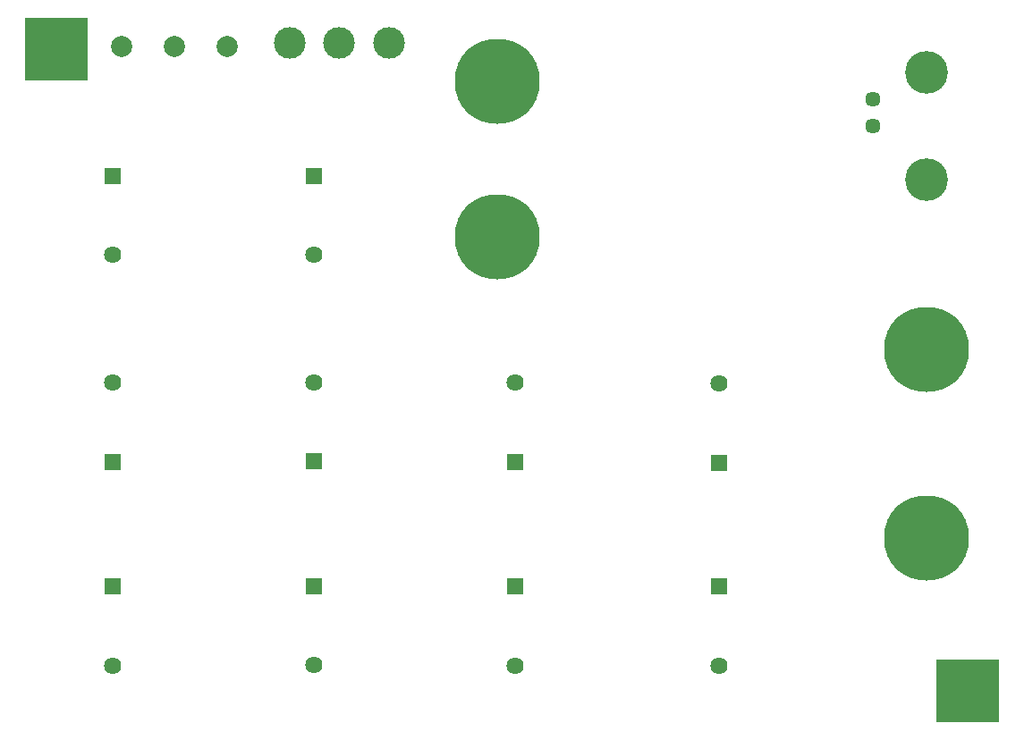
<source format=gbs>
G04*
G04 #@! TF.GenerationSoftware,Altium Limited,Altium Designer,19.0.6 (157)*
G04*
G04 Layer_Color=5220458*
%FSLAX25Y25*%
%MOIN*%
G70*
G01*
G75*
%ADD39C,0.07882*%
%ADD40R,0.06400X0.06400*%
%ADD41C,0.06400*%
%ADD42C,0.11819*%
%ADD43C,0.31696*%
%ADD44R,0.23630X0.23630*%
%ADD45C,0.05700*%
%ADD46C,0.15948*%
D39*
X83465Y256693D02*
D03*
X63779D02*
D03*
X44094D02*
D03*
D40*
X115878Y208520D02*
D03*
X266878Y101492D02*
D03*
X190878Y101965D02*
D03*
X115878Y101992D02*
D03*
X40878Y101965D02*
D03*
Y208520D02*
D03*
Y55492D02*
D03*
X115878Y55520D02*
D03*
X190878Y55492D02*
D03*
X266878D02*
D03*
D41*
X115878Y178992D02*
D03*
X266878Y131020D02*
D03*
X190878Y131492D02*
D03*
X115878Y131520D02*
D03*
X40878Y131492D02*
D03*
Y178992D02*
D03*
Y25965D02*
D03*
X115878Y25992D02*
D03*
X190878Y25965D02*
D03*
X266878D02*
D03*
D42*
X106693Y258268D02*
D03*
X125197D02*
D03*
X143701D02*
D03*
D43*
X184252Y243701D02*
D03*
Y185827D02*
D03*
X344094Y73622D02*
D03*
Y143701D02*
D03*
D44*
X359449Y16535D02*
D03*
X19685Y255906D02*
D03*
D45*
X324095Y227244D02*
D03*
Y237244D02*
D03*
D46*
X344094Y247244D02*
D03*
Y207244D02*
D03*
M02*

</source>
